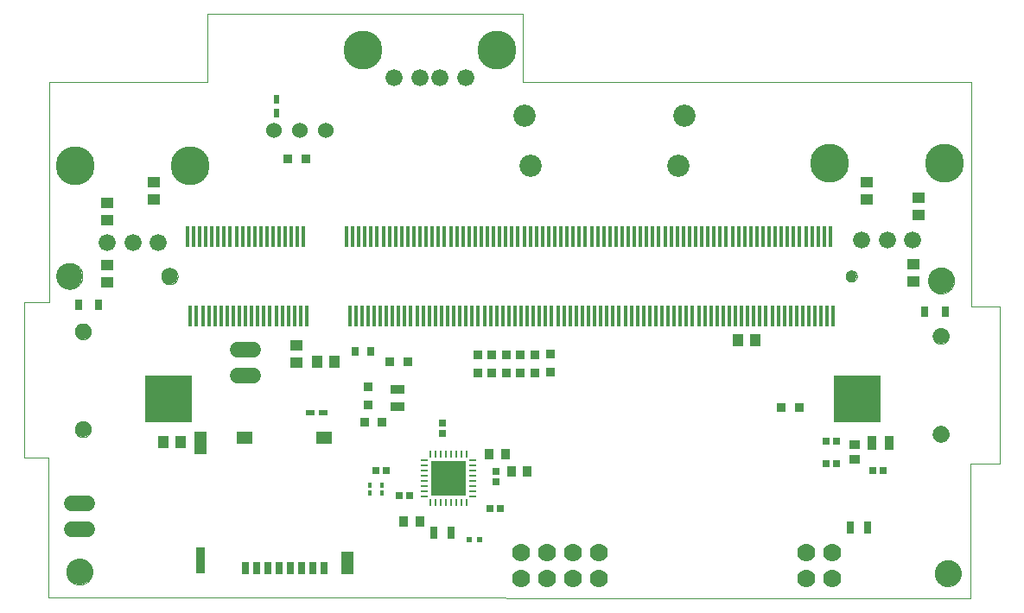
<source format=gbs>
G75*
%MOIN*%
%OFA0B0*%
%FSLAX25Y25*%
%IPPOS*%
%LPD*%
%AMOC8*
5,1,8,0,0,1.08239X$1,22.5*
%
%ADD10C,0.00000*%
%ADD11C,0.10000*%
%ADD12R,0.03800X0.03600*%
%ADD13R,0.03600X0.03800*%
%ADD14R,0.05700X0.03800*%
%ADD15C,0.05910*%
%ADD16R,0.04724X0.03959*%
%ADD17R,0.03959X0.04724*%
%ADD18R,0.01378X0.07874*%
%ADD19R,0.18110X0.18110*%
%ADD20C,0.06298*%
%ADD21C,0.04331*%
%ADD22C,0.15000*%
%ADD23C,0.06600*%
%ADD24R,0.02760X0.03940*%
%ADD25C,0.08600*%
%ADD26C,0.07000*%
%ADD27C,0.06000*%
%ADD28R,0.03000X0.03200*%
%ADD29R,0.02400X0.03400*%
%ADD30R,0.03400X0.02400*%
%ADD31R,0.03150X0.04882*%
%ADD32R,0.03740X0.09843*%
%ADD33R,0.04528X0.08661*%
%ADD34R,0.05906X0.04528*%
%ADD35R,0.04100X0.03600*%
%ADD36R,0.03800X0.05700*%
%ADD37R,0.02800X0.02800*%
%ADD38C,0.06102*%
%ADD39R,0.02756X0.00984*%
%ADD40R,0.13583X0.13583*%
%ADD41R,0.00984X0.02756*%
%ADD42R,0.03200X0.04200*%
%ADD43R,0.01378X0.01969*%
%ADD44R,0.01693X0.01969*%
%ADD45R,0.02200X0.02400*%
%ADD46R,0.02800X0.04900*%
D10*
X0010700Y0002800D02*
X0011139Y0002800D01*
X0366500Y0002500D01*
X0366500Y0054500D01*
X0377700Y0054500D01*
X0377700Y0115201D01*
X0366900Y0115201D01*
X0366700Y0201801D01*
X0193900Y0201900D01*
X0193900Y0228100D01*
X0072100Y0228100D01*
X0072100Y0201901D01*
X0011139Y0201901D01*
X0011100Y0120100D01*
X0011100Y0116700D01*
X0001500Y0116700D01*
X0001500Y0057000D01*
X0010700Y0056900D01*
X0010700Y0002800D01*
X0017700Y0012800D02*
X0017702Y0012941D01*
X0017708Y0013082D01*
X0017718Y0013222D01*
X0017732Y0013362D01*
X0017750Y0013502D01*
X0017771Y0013641D01*
X0017797Y0013780D01*
X0017826Y0013918D01*
X0017860Y0014054D01*
X0017897Y0014190D01*
X0017938Y0014325D01*
X0017983Y0014459D01*
X0018032Y0014591D01*
X0018084Y0014722D01*
X0018140Y0014851D01*
X0018200Y0014978D01*
X0018263Y0015104D01*
X0018329Y0015228D01*
X0018400Y0015351D01*
X0018473Y0015471D01*
X0018550Y0015589D01*
X0018630Y0015705D01*
X0018714Y0015818D01*
X0018800Y0015929D01*
X0018890Y0016038D01*
X0018983Y0016144D01*
X0019078Y0016247D01*
X0019177Y0016348D01*
X0019278Y0016446D01*
X0019382Y0016541D01*
X0019489Y0016633D01*
X0019598Y0016722D01*
X0019710Y0016807D01*
X0019824Y0016890D01*
X0019940Y0016970D01*
X0020059Y0017046D01*
X0020180Y0017118D01*
X0020302Y0017188D01*
X0020427Y0017253D01*
X0020553Y0017316D01*
X0020681Y0017374D01*
X0020811Y0017429D01*
X0020942Y0017481D01*
X0021075Y0017528D01*
X0021209Y0017572D01*
X0021344Y0017613D01*
X0021480Y0017649D01*
X0021617Y0017681D01*
X0021755Y0017710D01*
X0021893Y0017735D01*
X0022033Y0017755D01*
X0022173Y0017772D01*
X0022313Y0017785D01*
X0022454Y0017794D01*
X0022594Y0017799D01*
X0022735Y0017800D01*
X0022876Y0017797D01*
X0023017Y0017790D01*
X0023157Y0017779D01*
X0023297Y0017764D01*
X0023437Y0017745D01*
X0023576Y0017723D01*
X0023714Y0017696D01*
X0023852Y0017666D01*
X0023988Y0017631D01*
X0024124Y0017593D01*
X0024258Y0017551D01*
X0024392Y0017505D01*
X0024524Y0017456D01*
X0024654Y0017402D01*
X0024783Y0017345D01*
X0024910Y0017285D01*
X0025036Y0017221D01*
X0025159Y0017153D01*
X0025281Y0017082D01*
X0025401Y0017008D01*
X0025518Y0016930D01*
X0025633Y0016849D01*
X0025746Y0016765D01*
X0025857Y0016678D01*
X0025965Y0016587D01*
X0026070Y0016494D01*
X0026173Y0016397D01*
X0026273Y0016298D01*
X0026370Y0016196D01*
X0026464Y0016091D01*
X0026555Y0015984D01*
X0026643Y0015874D01*
X0026728Y0015762D01*
X0026810Y0015647D01*
X0026889Y0015530D01*
X0026964Y0015411D01*
X0027036Y0015290D01*
X0027104Y0015167D01*
X0027169Y0015042D01*
X0027231Y0014915D01*
X0027288Y0014786D01*
X0027343Y0014656D01*
X0027393Y0014525D01*
X0027440Y0014392D01*
X0027483Y0014258D01*
X0027522Y0014122D01*
X0027557Y0013986D01*
X0027589Y0013849D01*
X0027616Y0013711D01*
X0027640Y0013572D01*
X0027660Y0013432D01*
X0027676Y0013292D01*
X0027688Y0013152D01*
X0027696Y0013011D01*
X0027700Y0012870D01*
X0027700Y0012730D01*
X0027696Y0012589D01*
X0027688Y0012448D01*
X0027676Y0012308D01*
X0027660Y0012168D01*
X0027640Y0012028D01*
X0027616Y0011889D01*
X0027589Y0011751D01*
X0027557Y0011614D01*
X0027522Y0011478D01*
X0027483Y0011342D01*
X0027440Y0011208D01*
X0027393Y0011075D01*
X0027343Y0010944D01*
X0027288Y0010814D01*
X0027231Y0010685D01*
X0027169Y0010558D01*
X0027104Y0010433D01*
X0027036Y0010310D01*
X0026964Y0010189D01*
X0026889Y0010070D01*
X0026810Y0009953D01*
X0026728Y0009838D01*
X0026643Y0009726D01*
X0026555Y0009616D01*
X0026464Y0009509D01*
X0026370Y0009404D01*
X0026273Y0009302D01*
X0026173Y0009203D01*
X0026070Y0009106D01*
X0025965Y0009013D01*
X0025857Y0008922D01*
X0025746Y0008835D01*
X0025633Y0008751D01*
X0025518Y0008670D01*
X0025401Y0008592D01*
X0025281Y0008518D01*
X0025159Y0008447D01*
X0025036Y0008379D01*
X0024910Y0008315D01*
X0024783Y0008255D01*
X0024654Y0008198D01*
X0024524Y0008144D01*
X0024392Y0008095D01*
X0024258Y0008049D01*
X0024124Y0008007D01*
X0023988Y0007969D01*
X0023852Y0007934D01*
X0023714Y0007904D01*
X0023576Y0007877D01*
X0023437Y0007855D01*
X0023297Y0007836D01*
X0023157Y0007821D01*
X0023017Y0007810D01*
X0022876Y0007803D01*
X0022735Y0007800D01*
X0022594Y0007801D01*
X0022454Y0007806D01*
X0022313Y0007815D01*
X0022173Y0007828D01*
X0022033Y0007845D01*
X0021893Y0007865D01*
X0021755Y0007890D01*
X0021617Y0007919D01*
X0021480Y0007951D01*
X0021344Y0007987D01*
X0021209Y0008028D01*
X0021075Y0008072D01*
X0020942Y0008119D01*
X0020811Y0008171D01*
X0020681Y0008226D01*
X0020553Y0008284D01*
X0020427Y0008347D01*
X0020302Y0008412D01*
X0020180Y0008482D01*
X0020059Y0008554D01*
X0019940Y0008630D01*
X0019824Y0008710D01*
X0019710Y0008793D01*
X0019598Y0008878D01*
X0019489Y0008967D01*
X0019382Y0009059D01*
X0019278Y0009154D01*
X0019177Y0009252D01*
X0019078Y0009353D01*
X0018983Y0009456D01*
X0018890Y0009562D01*
X0018800Y0009671D01*
X0018714Y0009782D01*
X0018630Y0009895D01*
X0018550Y0010011D01*
X0018473Y0010129D01*
X0018400Y0010249D01*
X0018329Y0010372D01*
X0018263Y0010496D01*
X0018200Y0010622D01*
X0018140Y0010749D01*
X0018084Y0010878D01*
X0018032Y0011009D01*
X0017983Y0011141D01*
X0017938Y0011275D01*
X0017897Y0011410D01*
X0017860Y0011546D01*
X0017826Y0011682D01*
X0017797Y0011820D01*
X0017771Y0011959D01*
X0017750Y0012098D01*
X0017732Y0012238D01*
X0017718Y0012378D01*
X0017708Y0012518D01*
X0017702Y0012659D01*
X0017700Y0012800D01*
X0020991Y0067802D02*
X0020993Y0067912D01*
X0020999Y0068022D01*
X0021009Y0068132D01*
X0021023Y0068241D01*
X0021041Y0068350D01*
X0021062Y0068458D01*
X0021088Y0068565D01*
X0021117Y0068671D01*
X0021151Y0068776D01*
X0021188Y0068880D01*
X0021229Y0068982D01*
X0021273Y0069083D01*
X0021321Y0069182D01*
X0021373Y0069280D01*
X0021428Y0069375D01*
X0021486Y0069468D01*
X0021548Y0069559D01*
X0021613Y0069648D01*
X0021681Y0069735D01*
X0021753Y0069819D01*
X0021827Y0069900D01*
X0021904Y0069979D01*
X0021984Y0070055D01*
X0022067Y0070127D01*
X0022152Y0070197D01*
X0022240Y0070264D01*
X0022330Y0070327D01*
X0022422Y0070387D01*
X0022516Y0070444D01*
X0022613Y0070498D01*
X0022711Y0070547D01*
X0022811Y0070594D01*
X0022913Y0070636D01*
X0023016Y0070675D01*
X0023120Y0070710D01*
X0023226Y0070742D01*
X0023332Y0070769D01*
X0023440Y0070793D01*
X0023548Y0070813D01*
X0023657Y0070829D01*
X0023767Y0070841D01*
X0023877Y0070849D01*
X0023987Y0070853D01*
X0024097Y0070853D01*
X0024207Y0070849D01*
X0024317Y0070841D01*
X0024427Y0070829D01*
X0024536Y0070813D01*
X0024644Y0070793D01*
X0024752Y0070769D01*
X0024858Y0070742D01*
X0024964Y0070710D01*
X0025068Y0070675D01*
X0025171Y0070636D01*
X0025273Y0070594D01*
X0025373Y0070547D01*
X0025471Y0070498D01*
X0025567Y0070444D01*
X0025662Y0070387D01*
X0025754Y0070327D01*
X0025844Y0070264D01*
X0025932Y0070197D01*
X0026017Y0070127D01*
X0026100Y0070055D01*
X0026180Y0069979D01*
X0026257Y0069900D01*
X0026331Y0069819D01*
X0026403Y0069735D01*
X0026471Y0069648D01*
X0026536Y0069559D01*
X0026598Y0069468D01*
X0026656Y0069375D01*
X0026711Y0069280D01*
X0026763Y0069182D01*
X0026811Y0069083D01*
X0026855Y0068982D01*
X0026896Y0068880D01*
X0026933Y0068776D01*
X0026967Y0068671D01*
X0026996Y0068565D01*
X0027022Y0068458D01*
X0027043Y0068350D01*
X0027061Y0068241D01*
X0027075Y0068132D01*
X0027085Y0068022D01*
X0027091Y0067912D01*
X0027093Y0067802D01*
X0027091Y0067692D01*
X0027085Y0067582D01*
X0027075Y0067472D01*
X0027061Y0067363D01*
X0027043Y0067254D01*
X0027022Y0067146D01*
X0026996Y0067039D01*
X0026967Y0066933D01*
X0026933Y0066828D01*
X0026896Y0066724D01*
X0026855Y0066622D01*
X0026811Y0066521D01*
X0026763Y0066422D01*
X0026711Y0066324D01*
X0026656Y0066229D01*
X0026598Y0066136D01*
X0026536Y0066045D01*
X0026471Y0065956D01*
X0026403Y0065869D01*
X0026331Y0065785D01*
X0026257Y0065704D01*
X0026180Y0065625D01*
X0026100Y0065549D01*
X0026017Y0065477D01*
X0025932Y0065407D01*
X0025844Y0065340D01*
X0025754Y0065277D01*
X0025662Y0065217D01*
X0025568Y0065160D01*
X0025471Y0065106D01*
X0025373Y0065057D01*
X0025273Y0065010D01*
X0025171Y0064968D01*
X0025068Y0064929D01*
X0024964Y0064894D01*
X0024858Y0064862D01*
X0024752Y0064835D01*
X0024644Y0064811D01*
X0024536Y0064791D01*
X0024427Y0064775D01*
X0024317Y0064763D01*
X0024207Y0064755D01*
X0024097Y0064751D01*
X0023987Y0064751D01*
X0023877Y0064755D01*
X0023767Y0064763D01*
X0023657Y0064775D01*
X0023548Y0064791D01*
X0023440Y0064811D01*
X0023332Y0064835D01*
X0023226Y0064862D01*
X0023120Y0064894D01*
X0023016Y0064929D01*
X0022913Y0064968D01*
X0022811Y0065010D01*
X0022711Y0065057D01*
X0022613Y0065106D01*
X0022516Y0065160D01*
X0022422Y0065217D01*
X0022330Y0065277D01*
X0022240Y0065340D01*
X0022152Y0065407D01*
X0022067Y0065477D01*
X0021984Y0065549D01*
X0021904Y0065625D01*
X0021827Y0065704D01*
X0021753Y0065785D01*
X0021681Y0065869D01*
X0021613Y0065956D01*
X0021548Y0066045D01*
X0021486Y0066136D01*
X0021428Y0066229D01*
X0021373Y0066324D01*
X0021321Y0066422D01*
X0021273Y0066521D01*
X0021229Y0066622D01*
X0021188Y0066724D01*
X0021151Y0066828D01*
X0021117Y0066933D01*
X0021088Y0067039D01*
X0021062Y0067146D01*
X0021041Y0067254D01*
X0021023Y0067363D01*
X0021009Y0067472D01*
X0020999Y0067582D01*
X0020993Y0067692D01*
X0020991Y0067802D01*
X0020991Y0105598D02*
X0020993Y0105708D01*
X0020999Y0105818D01*
X0021009Y0105928D01*
X0021023Y0106037D01*
X0021041Y0106146D01*
X0021062Y0106254D01*
X0021088Y0106361D01*
X0021117Y0106467D01*
X0021151Y0106572D01*
X0021188Y0106676D01*
X0021229Y0106778D01*
X0021273Y0106879D01*
X0021321Y0106978D01*
X0021373Y0107076D01*
X0021428Y0107171D01*
X0021486Y0107264D01*
X0021548Y0107355D01*
X0021613Y0107444D01*
X0021681Y0107531D01*
X0021753Y0107615D01*
X0021827Y0107696D01*
X0021904Y0107775D01*
X0021984Y0107851D01*
X0022067Y0107923D01*
X0022152Y0107993D01*
X0022240Y0108060D01*
X0022330Y0108123D01*
X0022422Y0108183D01*
X0022516Y0108240D01*
X0022613Y0108294D01*
X0022711Y0108343D01*
X0022811Y0108390D01*
X0022913Y0108432D01*
X0023016Y0108471D01*
X0023120Y0108506D01*
X0023226Y0108538D01*
X0023332Y0108565D01*
X0023440Y0108589D01*
X0023548Y0108609D01*
X0023657Y0108625D01*
X0023767Y0108637D01*
X0023877Y0108645D01*
X0023987Y0108649D01*
X0024097Y0108649D01*
X0024207Y0108645D01*
X0024317Y0108637D01*
X0024427Y0108625D01*
X0024536Y0108609D01*
X0024644Y0108589D01*
X0024752Y0108565D01*
X0024858Y0108538D01*
X0024964Y0108506D01*
X0025068Y0108471D01*
X0025171Y0108432D01*
X0025273Y0108390D01*
X0025373Y0108343D01*
X0025471Y0108294D01*
X0025567Y0108240D01*
X0025662Y0108183D01*
X0025754Y0108123D01*
X0025844Y0108060D01*
X0025932Y0107993D01*
X0026017Y0107923D01*
X0026100Y0107851D01*
X0026180Y0107775D01*
X0026257Y0107696D01*
X0026331Y0107615D01*
X0026403Y0107531D01*
X0026471Y0107444D01*
X0026536Y0107355D01*
X0026598Y0107264D01*
X0026656Y0107171D01*
X0026711Y0107076D01*
X0026763Y0106978D01*
X0026811Y0106879D01*
X0026855Y0106778D01*
X0026896Y0106676D01*
X0026933Y0106572D01*
X0026967Y0106467D01*
X0026996Y0106361D01*
X0027022Y0106254D01*
X0027043Y0106146D01*
X0027061Y0106037D01*
X0027075Y0105928D01*
X0027085Y0105818D01*
X0027091Y0105708D01*
X0027093Y0105598D01*
X0027091Y0105488D01*
X0027085Y0105378D01*
X0027075Y0105268D01*
X0027061Y0105159D01*
X0027043Y0105050D01*
X0027022Y0104942D01*
X0026996Y0104835D01*
X0026967Y0104729D01*
X0026933Y0104624D01*
X0026896Y0104520D01*
X0026855Y0104418D01*
X0026811Y0104317D01*
X0026763Y0104218D01*
X0026711Y0104120D01*
X0026656Y0104025D01*
X0026598Y0103932D01*
X0026536Y0103841D01*
X0026471Y0103752D01*
X0026403Y0103665D01*
X0026331Y0103581D01*
X0026257Y0103500D01*
X0026180Y0103421D01*
X0026100Y0103345D01*
X0026017Y0103273D01*
X0025932Y0103203D01*
X0025844Y0103136D01*
X0025754Y0103073D01*
X0025662Y0103013D01*
X0025568Y0102956D01*
X0025471Y0102902D01*
X0025373Y0102853D01*
X0025273Y0102806D01*
X0025171Y0102764D01*
X0025068Y0102725D01*
X0024964Y0102690D01*
X0024858Y0102658D01*
X0024752Y0102631D01*
X0024644Y0102607D01*
X0024536Y0102587D01*
X0024427Y0102571D01*
X0024317Y0102559D01*
X0024207Y0102551D01*
X0024097Y0102547D01*
X0023987Y0102547D01*
X0023877Y0102551D01*
X0023767Y0102559D01*
X0023657Y0102571D01*
X0023548Y0102587D01*
X0023440Y0102607D01*
X0023332Y0102631D01*
X0023226Y0102658D01*
X0023120Y0102690D01*
X0023016Y0102725D01*
X0022913Y0102764D01*
X0022811Y0102806D01*
X0022711Y0102853D01*
X0022613Y0102902D01*
X0022516Y0102956D01*
X0022422Y0103013D01*
X0022330Y0103073D01*
X0022240Y0103136D01*
X0022152Y0103203D01*
X0022067Y0103273D01*
X0021984Y0103345D01*
X0021904Y0103421D01*
X0021827Y0103500D01*
X0021753Y0103581D01*
X0021681Y0103665D01*
X0021613Y0103752D01*
X0021548Y0103841D01*
X0021486Y0103932D01*
X0021428Y0104025D01*
X0021373Y0104120D01*
X0021321Y0104218D01*
X0021273Y0104317D01*
X0021229Y0104418D01*
X0021188Y0104520D01*
X0021151Y0104624D01*
X0021117Y0104729D01*
X0021088Y0104835D01*
X0021062Y0104942D01*
X0021041Y0105050D01*
X0021023Y0105159D01*
X0021009Y0105268D01*
X0020999Y0105378D01*
X0020993Y0105488D01*
X0020991Y0105598D01*
X0013900Y0127000D02*
X0013902Y0127141D01*
X0013908Y0127282D01*
X0013918Y0127422D01*
X0013932Y0127562D01*
X0013950Y0127702D01*
X0013971Y0127841D01*
X0013997Y0127980D01*
X0014026Y0128118D01*
X0014060Y0128254D01*
X0014097Y0128390D01*
X0014138Y0128525D01*
X0014183Y0128659D01*
X0014232Y0128791D01*
X0014284Y0128922D01*
X0014340Y0129051D01*
X0014400Y0129178D01*
X0014463Y0129304D01*
X0014529Y0129428D01*
X0014600Y0129551D01*
X0014673Y0129671D01*
X0014750Y0129789D01*
X0014830Y0129905D01*
X0014914Y0130018D01*
X0015000Y0130129D01*
X0015090Y0130238D01*
X0015183Y0130344D01*
X0015278Y0130447D01*
X0015377Y0130548D01*
X0015478Y0130646D01*
X0015582Y0130741D01*
X0015689Y0130833D01*
X0015798Y0130922D01*
X0015910Y0131007D01*
X0016024Y0131090D01*
X0016140Y0131170D01*
X0016259Y0131246D01*
X0016380Y0131318D01*
X0016502Y0131388D01*
X0016627Y0131453D01*
X0016753Y0131516D01*
X0016881Y0131574D01*
X0017011Y0131629D01*
X0017142Y0131681D01*
X0017275Y0131728D01*
X0017409Y0131772D01*
X0017544Y0131813D01*
X0017680Y0131849D01*
X0017817Y0131881D01*
X0017955Y0131910D01*
X0018093Y0131935D01*
X0018233Y0131955D01*
X0018373Y0131972D01*
X0018513Y0131985D01*
X0018654Y0131994D01*
X0018794Y0131999D01*
X0018935Y0132000D01*
X0019076Y0131997D01*
X0019217Y0131990D01*
X0019357Y0131979D01*
X0019497Y0131964D01*
X0019637Y0131945D01*
X0019776Y0131923D01*
X0019914Y0131896D01*
X0020052Y0131866D01*
X0020188Y0131831D01*
X0020324Y0131793D01*
X0020458Y0131751D01*
X0020592Y0131705D01*
X0020724Y0131656D01*
X0020854Y0131602D01*
X0020983Y0131545D01*
X0021110Y0131485D01*
X0021236Y0131421D01*
X0021359Y0131353D01*
X0021481Y0131282D01*
X0021601Y0131208D01*
X0021718Y0131130D01*
X0021833Y0131049D01*
X0021946Y0130965D01*
X0022057Y0130878D01*
X0022165Y0130787D01*
X0022270Y0130694D01*
X0022373Y0130597D01*
X0022473Y0130498D01*
X0022570Y0130396D01*
X0022664Y0130291D01*
X0022755Y0130184D01*
X0022843Y0130074D01*
X0022928Y0129962D01*
X0023010Y0129847D01*
X0023089Y0129730D01*
X0023164Y0129611D01*
X0023236Y0129490D01*
X0023304Y0129367D01*
X0023369Y0129242D01*
X0023431Y0129115D01*
X0023488Y0128986D01*
X0023543Y0128856D01*
X0023593Y0128725D01*
X0023640Y0128592D01*
X0023683Y0128458D01*
X0023722Y0128322D01*
X0023757Y0128186D01*
X0023789Y0128049D01*
X0023816Y0127911D01*
X0023840Y0127772D01*
X0023860Y0127632D01*
X0023876Y0127492D01*
X0023888Y0127352D01*
X0023896Y0127211D01*
X0023900Y0127070D01*
X0023900Y0126930D01*
X0023896Y0126789D01*
X0023888Y0126648D01*
X0023876Y0126508D01*
X0023860Y0126368D01*
X0023840Y0126228D01*
X0023816Y0126089D01*
X0023789Y0125951D01*
X0023757Y0125814D01*
X0023722Y0125678D01*
X0023683Y0125542D01*
X0023640Y0125408D01*
X0023593Y0125275D01*
X0023543Y0125144D01*
X0023488Y0125014D01*
X0023431Y0124885D01*
X0023369Y0124758D01*
X0023304Y0124633D01*
X0023236Y0124510D01*
X0023164Y0124389D01*
X0023089Y0124270D01*
X0023010Y0124153D01*
X0022928Y0124038D01*
X0022843Y0123926D01*
X0022755Y0123816D01*
X0022664Y0123709D01*
X0022570Y0123604D01*
X0022473Y0123502D01*
X0022373Y0123403D01*
X0022270Y0123306D01*
X0022165Y0123213D01*
X0022057Y0123122D01*
X0021946Y0123035D01*
X0021833Y0122951D01*
X0021718Y0122870D01*
X0021601Y0122792D01*
X0021481Y0122718D01*
X0021359Y0122647D01*
X0021236Y0122579D01*
X0021110Y0122515D01*
X0020983Y0122455D01*
X0020854Y0122398D01*
X0020724Y0122344D01*
X0020592Y0122295D01*
X0020458Y0122249D01*
X0020324Y0122207D01*
X0020188Y0122169D01*
X0020052Y0122134D01*
X0019914Y0122104D01*
X0019776Y0122077D01*
X0019637Y0122055D01*
X0019497Y0122036D01*
X0019357Y0122021D01*
X0019217Y0122010D01*
X0019076Y0122003D01*
X0018935Y0122000D01*
X0018794Y0122001D01*
X0018654Y0122006D01*
X0018513Y0122015D01*
X0018373Y0122028D01*
X0018233Y0122045D01*
X0018093Y0122065D01*
X0017955Y0122090D01*
X0017817Y0122119D01*
X0017680Y0122151D01*
X0017544Y0122187D01*
X0017409Y0122228D01*
X0017275Y0122272D01*
X0017142Y0122319D01*
X0017011Y0122371D01*
X0016881Y0122426D01*
X0016753Y0122484D01*
X0016627Y0122547D01*
X0016502Y0122612D01*
X0016380Y0122682D01*
X0016259Y0122754D01*
X0016140Y0122830D01*
X0016024Y0122910D01*
X0015910Y0122993D01*
X0015798Y0123078D01*
X0015689Y0123167D01*
X0015582Y0123259D01*
X0015478Y0123354D01*
X0015377Y0123452D01*
X0015278Y0123553D01*
X0015183Y0123656D01*
X0015090Y0123762D01*
X0015000Y0123871D01*
X0014914Y0123982D01*
X0014830Y0124095D01*
X0014750Y0124211D01*
X0014673Y0124329D01*
X0014600Y0124449D01*
X0014529Y0124572D01*
X0014463Y0124696D01*
X0014400Y0124822D01*
X0014340Y0124949D01*
X0014284Y0125078D01*
X0014232Y0125209D01*
X0014183Y0125341D01*
X0014138Y0125475D01*
X0014097Y0125610D01*
X0014060Y0125746D01*
X0014026Y0125882D01*
X0013997Y0126020D01*
X0013971Y0126159D01*
X0013950Y0126298D01*
X0013932Y0126438D01*
X0013918Y0126578D01*
X0013908Y0126718D01*
X0013902Y0126859D01*
X0013900Y0127000D01*
X0054324Y0126900D02*
X0054326Y0127012D01*
X0054332Y0127123D01*
X0054342Y0127235D01*
X0054356Y0127346D01*
X0054373Y0127456D01*
X0054395Y0127566D01*
X0054421Y0127674D01*
X0054450Y0127782D01*
X0054483Y0127889D01*
X0054520Y0127995D01*
X0054561Y0128099D01*
X0054605Y0128201D01*
X0054653Y0128302D01*
X0054705Y0128401D01*
X0054760Y0128499D01*
X0054818Y0128594D01*
X0054880Y0128687D01*
X0054945Y0128778D01*
X0055014Y0128866D01*
X0055085Y0128953D01*
X0055159Y0129036D01*
X0055236Y0129117D01*
X0055317Y0129195D01*
X0055399Y0129270D01*
X0055485Y0129342D01*
X0055573Y0129411D01*
X0055663Y0129477D01*
X0055756Y0129539D01*
X0055850Y0129599D01*
X0055947Y0129655D01*
X0056046Y0129707D01*
X0056146Y0129756D01*
X0056249Y0129801D01*
X0056352Y0129843D01*
X0056457Y0129881D01*
X0056564Y0129915D01*
X0056671Y0129945D01*
X0056780Y0129972D01*
X0056890Y0129994D01*
X0057000Y0130013D01*
X0057111Y0130028D01*
X0057222Y0130039D01*
X0057333Y0130046D01*
X0057445Y0130049D01*
X0057557Y0130048D01*
X0057668Y0130043D01*
X0057780Y0130034D01*
X0057891Y0130021D01*
X0058001Y0130004D01*
X0058111Y0129984D01*
X0058220Y0129959D01*
X0058328Y0129931D01*
X0058435Y0129898D01*
X0058541Y0129862D01*
X0058646Y0129822D01*
X0058749Y0129779D01*
X0058850Y0129732D01*
X0058950Y0129681D01*
X0059047Y0129627D01*
X0059143Y0129570D01*
X0059237Y0129509D01*
X0059328Y0129444D01*
X0059418Y0129377D01*
X0059504Y0129306D01*
X0059588Y0129233D01*
X0059670Y0129156D01*
X0059749Y0129077D01*
X0059824Y0128995D01*
X0059897Y0128910D01*
X0059967Y0128823D01*
X0060034Y0128733D01*
X0060097Y0128641D01*
X0060157Y0128547D01*
X0060214Y0128450D01*
X0060267Y0128352D01*
X0060317Y0128252D01*
X0060363Y0128150D01*
X0060406Y0128047D01*
X0060445Y0127942D01*
X0060480Y0127836D01*
X0060511Y0127729D01*
X0060539Y0127620D01*
X0060562Y0127511D01*
X0060582Y0127401D01*
X0060598Y0127290D01*
X0060610Y0127179D01*
X0060618Y0127068D01*
X0060622Y0126956D01*
X0060622Y0126844D01*
X0060618Y0126732D01*
X0060610Y0126621D01*
X0060598Y0126510D01*
X0060582Y0126399D01*
X0060562Y0126289D01*
X0060539Y0126180D01*
X0060511Y0126071D01*
X0060480Y0125964D01*
X0060445Y0125858D01*
X0060406Y0125753D01*
X0060363Y0125650D01*
X0060317Y0125548D01*
X0060267Y0125448D01*
X0060214Y0125350D01*
X0060157Y0125253D01*
X0060097Y0125159D01*
X0060034Y0125067D01*
X0059967Y0124977D01*
X0059897Y0124890D01*
X0059824Y0124805D01*
X0059749Y0124723D01*
X0059670Y0124644D01*
X0059588Y0124567D01*
X0059504Y0124494D01*
X0059418Y0124423D01*
X0059328Y0124356D01*
X0059237Y0124291D01*
X0059143Y0124230D01*
X0059048Y0124173D01*
X0058950Y0124119D01*
X0058850Y0124068D01*
X0058749Y0124021D01*
X0058646Y0123978D01*
X0058541Y0123938D01*
X0058435Y0123902D01*
X0058328Y0123869D01*
X0058220Y0123841D01*
X0058111Y0123816D01*
X0058001Y0123796D01*
X0057891Y0123779D01*
X0057780Y0123766D01*
X0057668Y0123757D01*
X0057557Y0123752D01*
X0057445Y0123751D01*
X0057333Y0123754D01*
X0057222Y0123761D01*
X0057111Y0123772D01*
X0057000Y0123787D01*
X0056890Y0123806D01*
X0056780Y0123828D01*
X0056671Y0123855D01*
X0056564Y0123885D01*
X0056457Y0123919D01*
X0056352Y0123957D01*
X0056249Y0123999D01*
X0056146Y0124044D01*
X0056046Y0124093D01*
X0055947Y0124145D01*
X0055850Y0124201D01*
X0055756Y0124261D01*
X0055663Y0124323D01*
X0055573Y0124389D01*
X0055485Y0124458D01*
X0055399Y0124530D01*
X0055317Y0124605D01*
X0055236Y0124683D01*
X0055159Y0124764D01*
X0055085Y0124847D01*
X0055014Y0124934D01*
X0054945Y0125022D01*
X0054880Y0125113D01*
X0054818Y0125206D01*
X0054760Y0125301D01*
X0054705Y0125399D01*
X0054653Y0125498D01*
X0054605Y0125599D01*
X0054561Y0125701D01*
X0054520Y0125805D01*
X0054483Y0125911D01*
X0054450Y0126018D01*
X0054421Y0126126D01*
X0054395Y0126234D01*
X0054373Y0126344D01*
X0054356Y0126454D01*
X0054342Y0126565D01*
X0054332Y0126677D01*
X0054326Y0126788D01*
X0054324Y0126900D01*
X0318300Y0126900D02*
X0318302Y0126993D01*
X0318308Y0127085D01*
X0318318Y0127177D01*
X0318332Y0127268D01*
X0318349Y0127359D01*
X0318371Y0127449D01*
X0318396Y0127538D01*
X0318425Y0127626D01*
X0318458Y0127712D01*
X0318495Y0127797D01*
X0318535Y0127881D01*
X0318579Y0127962D01*
X0318626Y0128042D01*
X0318676Y0128120D01*
X0318730Y0128195D01*
X0318787Y0128268D01*
X0318847Y0128338D01*
X0318910Y0128406D01*
X0318976Y0128471D01*
X0319044Y0128533D01*
X0319115Y0128593D01*
X0319189Y0128649D01*
X0319265Y0128702D01*
X0319343Y0128751D01*
X0319423Y0128798D01*
X0319505Y0128840D01*
X0319589Y0128880D01*
X0319674Y0128915D01*
X0319761Y0128947D01*
X0319849Y0128976D01*
X0319938Y0129000D01*
X0320028Y0129021D01*
X0320119Y0129037D01*
X0320211Y0129050D01*
X0320303Y0129059D01*
X0320396Y0129064D01*
X0320488Y0129065D01*
X0320581Y0129062D01*
X0320673Y0129055D01*
X0320765Y0129044D01*
X0320856Y0129029D01*
X0320947Y0129011D01*
X0321037Y0128988D01*
X0321125Y0128962D01*
X0321213Y0128932D01*
X0321299Y0128898D01*
X0321383Y0128861D01*
X0321466Y0128819D01*
X0321547Y0128775D01*
X0321627Y0128727D01*
X0321704Y0128676D01*
X0321778Y0128621D01*
X0321851Y0128563D01*
X0321921Y0128503D01*
X0321988Y0128439D01*
X0322052Y0128373D01*
X0322114Y0128303D01*
X0322172Y0128232D01*
X0322227Y0128158D01*
X0322279Y0128081D01*
X0322328Y0128002D01*
X0322374Y0127922D01*
X0322416Y0127839D01*
X0322454Y0127755D01*
X0322489Y0127669D01*
X0322520Y0127582D01*
X0322547Y0127494D01*
X0322570Y0127404D01*
X0322590Y0127314D01*
X0322606Y0127223D01*
X0322618Y0127131D01*
X0322626Y0127039D01*
X0322630Y0126946D01*
X0322630Y0126854D01*
X0322626Y0126761D01*
X0322618Y0126669D01*
X0322606Y0126577D01*
X0322590Y0126486D01*
X0322570Y0126396D01*
X0322547Y0126306D01*
X0322520Y0126218D01*
X0322489Y0126131D01*
X0322454Y0126045D01*
X0322416Y0125961D01*
X0322374Y0125878D01*
X0322328Y0125798D01*
X0322279Y0125719D01*
X0322227Y0125642D01*
X0322172Y0125568D01*
X0322114Y0125497D01*
X0322052Y0125427D01*
X0321988Y0125361D01*
X0321921Y0125297D01*
X0321851Y0125237D01*
X0321778Y0125179D01*
X0321704Y0125124D01*
X0321627Y0125073D01*
X0321548Y0125025D01*
X0321466Y0124981D01*
X0321383Y0124939D01*
X0321299Y0124902D01*
X0321213Y0124868D01*
X0321125Y0124838D01*
X0321037Y0124812D01*
X0320947Y0124789D01*
X0320856Y0124771D01*
X0320765Y0124756D01*
X0320673Y0124745D01*
X0320581Y0124738D01*
X0320488Y0124735D01*
X0320396Y0124736D01*
X0320303Y0124741D01*
X0320211Y0124750D01*
X0320119Y0124763D01*
X0320028Y0124779D01*
X0319938Y0124800D01*
X0319849Y0124824D01*
X0319761Y0124853D01*
X0319674Y0124885D01*
X0319589Y0124920D01*
X0319505Y0124960D01*
X0319423Y0125002D01*
X0319343Y0125049D01*
X0319265Y0125098D01*
X0319189Y0125151D01*
X0319115Y0125207D01*
X0319044Y0125267D01*
X0318976Y0125329D01*
X0318910Y0125394D01*
X0318847Y0125462D01*
X0318787Y0125532D01*
X0318730Y0125605D01*
X0318676Y0125680D01*
X0318626Y0125758D01*
X0318579Y0125838D01*
X0318535Y0125919D01*
X0318495Y0126003D01*
X0318458Y0126088D01*
X0318425Y0126174D01*
X0318396Y0126262D01*
X0318371Y0126351D01*
X0318349Y0126441D01*
X0318332Y0126532D01*
X0318318Y0126623D01*
X0318308Y0126715D01*
X0318302Y0126807D01*
X0318300Y0126900D01*
X0350100Y0125200D02*
X0350102Y0125341D01*
X0350108Y0125482D01*
X0350118Y0125622D01*
X0350132Y0125762D01*
X0350150Y0125902D01*
X0350171Y0126041D01*
X0350197Y0126180D01*
X0350226Y0126318D01*
X0350260Y0126454D01*
X0350297Y0126590D01*
X0350338Y0126725D01*
X0350383Y0126859D01*
X0350432Y0126991D01*
X0350484Y0127122D01*
X0350540Y0127251D01*
X0350600Y0127378D01*
X0350663Y0127504D01*
X0350729Y0127628D01*
X0350800Y0127751D01*
X0350873Y0127871D01*
X0350950Y0127989D01*
X0351030Y0128105D01*
X0351114Y0128218D01*
X0351200Y0128329D01*
X0351290Y0128438D01*
X0351383Y0128544D01*
X0351478Y0128647D01*
X0351577Y0128748D01*
X0351678Y0128846D01*
X0351782Y0128941D01*
X0351889Y0129033D01*
X0351998Y0129122D01*
X0352110Y0129207D01*
X0352224Y0129290D01*
X0352340Y0129370D01*
X0352459Y0129446D01*
X0352580Y0129518D01*
X0352702Y0129588D01*
X0352827Y0129653D01*
X0352953Y0129716D01*
X0353081Y0129774D01*
X0353211Y0129829D01*
X0353342Y0129881D01*
X0353475Y0129928D01*
X0353609Y0129972D01*
X0353744Y0130013D01*
X0353880Y0130049D01*
X0354017Y0130081D01*
X0354155Y0130110D01*
X0354293Y0130135D01*
X0354433Y0130155D01*
X0354573Y0130172D01*
X0354713Y0130185D01*
X0354854Y0130194D01*
X0354994Y0130199D01*
X0355135Y0130200D01*
X0355276Y0130197D01*
X0355417Y0130190D01*
X0355557Y0130179D01*
X0355697Y0130164D01*
X0355837Y0130145D01*
X0355976Y0130123D01*
X0356114Y0130096D01*
X0356252Y0130066D01*
X0356388Y0130031D01*
X0356524Y0129993D01*
X0356658Y0129951D01*
X0356792Y0129905D01*
X0356924Y0129856D01*
X0357054Y0129802D01*
X0357183Y0129745D01*
X0357310Y0129685D01*
X0357436Y0129621D01*
X0357559Y0129553D01*
X0357681Y0129482D01*
X0357801Y0129408D01*
X0357918Y0129330D01*
X0358033Y0129249D01*
X0358146Y0129165D01*
X0358257Y0129078D01*
X0358365Y0128987D01*
X0358470Y0128894D01*
X0358573Y0128797D01*
X0358673Y0128698D01*
X0358770Y0128596D01*
X0358864Y0128491D01*
X0358955Y0128384D01*
X0359043Y0128274D01*
X0359128Y0128162D01*
X0359210Y0128047D01*
X0359289Y0127930D01*
X0359364Y0127811D01*
X0359436Y0127690D01*
X0359504Y0127567D01*
X0359569Y0127442D01*
X0359631Y0127315D01*
X0359688Y0127186D01*
X0359743Y0127056D01*
X0359793Y0126925D01*
X0359840Y0126792D01*
X0359883Y0126658D01*
X0359922Y0126522D01*
X0359957Y0126386D01*
X0359989Y0126249D01*
X0360016Y0126111D01*
X0360040Y0125972D01*
X0360060Y0125832D01*
X0360076Y0125692D01*
X0360088Y0125552D01*
X0360096Y0125411D01*
X0360100Y0125270D01*
X0360100Y0125130D01*
X0360096Y0124989D01*
X0360088Y0124848D01*
X0360076Y0124708D01*
X0360060Y0124568D01*
X0360040Y0124428D01*
X0360016Y0124289D01*
X0359989Y0124151D01*
X0359957Y0124014D01*
X0359922Y0123878D01*
X0359883Y0123742D01*
X0359840Y0123608D01*
X0359793Y0123475D01*
X0359743Y0123344D01*
X0359688Y0123214D01*
X0359631Y0123085D01*
X0359569Y0122958D01*
X0359504Y0122833D01*
X0359436Y0122710D01*
X0359364Y0122589D01*
X0359289Y0122470D01*
X0359210Y0122353D01*
X0359128Y0122238D01*
X0359043Y0122126D01*
X0358955Y0122016D01*
X0358864Y0121909D01*
X0358770Y0121804D01*
X0358673Y0121702D01*
X0358573Y0121603D01*
X0358470Y0121506D01*
X0358365Y0121413D01*
X0358257Y0121322D01*
X0358146Y0121235D01*
X0358033Y0121151D01*
X0357918Y0121070D01*
X0357801Y0120992D01*
X0357681Y0120918D01*
X0357559Y0120847D01*
X0357436Y0120779D01*
X0357310Y0120715D01*
X0357183Y0120655D01*
X0357054Y0120598D01*
X0356924Y0120544D01*
X0356792Y0120495D01*
X0356658Y0120449D01*
X0356524Y0120407D01*
X0356388Y0120369D01*
X0356252Y0120334D01*
X0356114Y0120304D01*
X0355976Y0120277D01*
X0355837Y0120255D01*
X0355697Y0120236D01*
X0355557Y0120221D01*
X0355417Y0120210D01*
X0355276Y0120203D01*
X0355135Y0120200D01*
X0354994Y0120201D01*
X0354854Y0120206D01*
X0354713Y0120215D01*
X0354573Y0120228D01*
X0354433Y0120245D01*
X0354293Y0120265D01*
X0354155Y0120290D01*
X0354017Y0120319D01*
X0353880Y0120351D01*
X0353744Y0120387D01*
X0353609Y0120428D01*
X0353475Y0120472D01*
X0353342Y0120519D01*
X0353211Y0120571D01*
X0353081Y0120626D01*
X0352953Y0120684D01*
X0352827Y0120747D01*
X0352702Y0120812D01*
X0352580Y0120882D01*
X0352459Y0120954D01*
X0352340Y0121030D01*
X0352224Y0121110D01*
X0352110Y0121193D01*
X0351998Y0121278D01*
X0351889Y0121367D01*
X0351782Y0121459D01*
X0351678Y0121554D01*
X0351577Y0121652D01*
X0351478Y0121753D01*
X0351383Y0121856D01*
X0351290Y0121962D01*
X0351200Y0122071D01*
X0351114Y0122182D01*
X0351030Y0122295D01*
X0350950Y0122411D01*
X0350873Y0122529D01*
X0350800Y0122649D01*
X0350729Y0122772D01*
X0350663Y0122896D01*
X0350600Y0123022D01*
X0350540Y0123149D01*
X0350484Y0123278D01*
X0350432Y0123409D01*
X0350383Y0123541D01*
X0350338Y0123675D01*
X0350297Y0123810D01*
X0350260Y0123946D01*
X0350226Y0124082D01*
X0350197Y0124220D01*
X0350171Y0124359D01*
X0350150Y0124498D01*
X0350132Y0124638D01*
X0350118Y0124778D01*
X0350108Y0124918D01*
X0350102Y0125059D01*
X0350100Y0125200D01*
X0351907Y0103798D02*
X0351909Y0103908D01*
X0351915Y0104018D01*
X0351925Y0104128D01*
X0351939Y0104237D01*
X0351957Y0104346D01*
X0351978Y0104454D01*
X0352004Y0104561D01*
X0352033Y0104667D01*
X0352067Y0104772D01*
X0352104Y0104876D01*
X0352145Y0104978D01*
X0352189Y0105079D01*
X0352237Y0105178D01*
X0352289Y0105276D01*
X0352344Y0105371D01*
X0352402Y0105464D01*
X0352464Y0105555D01*
X0352529Y0105644D01*
X0352597Y0105731D01*
X0352669Y0105815D01*
X0352743Y0105896D01*
X0352820Y0105975D01*
X0352900Y0106051D01*
X0352983Y0106123D01*
X0353068Y0106193D01*
X0353156Y0106260D01*
X0353246Y0106323D01*
X0353338Y0106383D01*
X0353432Y0106440D01*
X0353529Y0106494D01*
X0353627Y0106543D01*
X0353727Y0106590D01*
X0353829Y0106632D01*
X0353932Y0106671D01*
X0354036Y0106706D01*
X0354142Y0106738D01*
X0354248Y0106765D01*
X0354356Y0106789D01*
X0354464Y0106809D01*
X0354573Y0106825D01*
X0354683Y0106837D01*
X0354793Y0106845D01*
X0354903Y0106849D01*
X0355013Y0106849D01*
X0355123Y0106845D01*
X0355233Y0106837D01*
X0355343Y0106825D01*
X0355452Y0106809D01*
X0355560Y0106789D01*
X0355668Y0106765D01*
X0355774Y0106738D01*
X0355880Y0106706D01*
X0355984Y0106671D01*
X0356087Y0106632D01*
X0356189Y0106590D01*
X0356289Y0106543D01*
X0356387Y0106494D01*
X0356483Y0106440D01*
X0356578Y0106383D01*
X0356670Y0106323D01*
X0356760Y0106260D01*
X0356848Y0106193D01*
X0356933Y0106123D01*
X0357016Y0106051D01*
X0357096Y0105975D01*
X0357173Y0105896D01*
X0357247Y0105815D01*
X0357319Y0105731D01*
X0357387Y0105644D01*
X0357452Y0105555D01*
X0357514Y0105464D01*
X0357572Y0105371D01*
X0357627Y0105276D01*
X0357679Y0105178D01*
X0357727Y0105079D01*
X0357771Y0104978D01*
X0357812Y0104876D01*
X0357849Y0104772D01*
X0357883Y0104667D01*
X0357912Y0104561D01*
X0357938Y0104454D01*
X0357959Y0104346D01*
X0357977Y0104237D01*
X0357991Y0104128D01*
X0358001Y0104018D01*
X0358007Y0103908D01*
X0358009Y0103798D01*
X0358007Y0103688D01*
X0358001Y0103578D01*
X0357991Y0103468D01*
X0357977Y0103359D01*
X0357959Y0103250D01*
X0357938Y0103142D01*
X0357912Y0103035D01*
X0357883Y0102929D01*
X0357849Y0102824D01*
X0357812Y0102720D01*
X0357771Y0102618D01*
X0357727Y0102517D01*
X0357679Y0102418D01*
X0357627Y0102320D01*
X0357572Y0102225D01*
X0357514Y0102132D01*
X0357452Y0102041D01*
X0357387Y0101952D01*
X0357319Y0101865D01*
X0357247Y0101781D01*
X0357173Y0101700D01*
X0357096Y0101621D01*
X0357016Y0101545D01*
X0356933Y0101473D01*
X0356848Y0101403D01*
X0356760Y0101336D01*
X0356670Y0101273D01*
X0356578Y0101213D01*
X0356484Y0101156D01*
X0356387Y0101102D01*
X0356289Y0101053D01*
X0356189Y0101006D01*
X0356087Y0100964D01*
X0355984Y0100925D01*
X0355880Y0100890D01*
X0355774Y0100858D01*
X0355668Y0100831D01*
X0355560Y0100807D01*
X0355452Y0100787D01*
X0355343Y0100771D01*
X0355233Y0100759D01*
X0355123Y0100751D01*
X0355013Y0100747D01*
X0354903Y0100747D01*
X0354793Y0100751D01*
X0354683Y0100759D01*
X0354573Y0100771D01*
X0354464Y0100787D01*
X0354356Y0100807D01*
X0354248Y0100831D01*
X0354142Y0100858D01*
X0354036Y0100890D01*
X0353932Y0100925D01*
X0353829Y0100964D01*
X0353727Y0101006D01*
X0353627Y0101053D01*
X0353529Y0101102D01*
X0353432Y0101156D01*
X0353338Y0101213D01*
X0353246Y0101273D01*
X0353156Y0101336D01*
X0353068Y0101403D01*
X0352983Y0101473D01*
X0352900Y0101545D01*
X0352820Y0101621D01*
X0352743Y0101700D01*
X0352669Y0101781D01*
X0352597Y0101865D01*
X0352529Y0101952D01*
X0352464Y0102041D01*
X0352402Y0102132D01*
X0352344Y0102225D01*
X0352289Y0102320D01*
X0352237Y0102418D01*
X0352189Y0102517D01*
X0352145Y0102618D01*
X0352104Y0102720D01*
X0352067Y0102824D01*
X0352033Y0102929D01*
X0352004Y0103035D01*
X0351978Y0103142D01*
X0351957Y0103250D01*
X0351939Y0103359D01*
X0351925Y0103468D01*
X0351915Y0103578D01*
X0351909Y0103688D01*
X0351907Y0103798D01*
X0351907Y0066002D02*
X0351909Y0066112D01*
X0351915Y0066222D01*
X0351925Y0066332D01*
X0351939Y0066441D01*
X0351957Y0066550D01*
X0351978Y0066658D01*
X0352004Y0066765D01*
X0352033Y0066871D01*
X0352067Y0066976D01*
X0352104Y0067080D01*
X0352145Y0067182D01*
X0352189Y0067283D01*
X0352237Y0067382D01*
X0352289Y0067480D01*
X0352344Y0067575D01*
X0352402Y0067668D01*
X0352464Y0067759D01*
X0352529Y0067848D01*
X0352597Y0067935D01*
X0352669Y0068019D01*
X0352743Y0068100D01*
X0352820Y0068179D01*
X0352900Y0068255D01*
X0352983Y0068327D01*
X0353068Y0068397D01*
X0353156Y0068464D01*
X0353246Y0068527D01*
X0353338Y0068587D01*
X0353432Y0068644D01*
X0353529Y0068698D01*
X0353627Y0068747D01*
X0353727Y0068794D01*
X0353829Y0068836D01*
X0353932Y0068875D01*
X0354036Y0068910D01*
X0354142Y0068942D01*
X0354248Y0068969D01*
X0354356Y0068993D01*
X0354464Y0069013D01*
X0354573Y0069029D01*
X0354683Y0069041D01*
X0354793Y0069049D01*
X0354903Y0069053D01*
X0355013Y0069053D01*
X0355123Y0069049D01*
X0355233Y0069041D01*
X0355343Y0069029D01*
X0355452Y0069013D01*
X0355560Y0068993D01*
X0355668Y0068969D01*
X0355774Y0068942D01*
X0355880Y0068910D01*
X0355984Y0068875D01*
X0356087Y0068836D01*
X0356189Y0068794D01*
X0356289Y0068747D01*
X0356387Y0068698D01*
X0356483Y0068644D01*
X0356578Y0068587D01*
X0356670Y0068527D01*
X0356760Y0068464D01*
X0356848Y0068397D01*
X0356933Y0068327D01*
X0357016Y0068255D01*
X0357096Y0068179D01*
X0357173Y0068100D01*
X0357247Y0068019D01*
X0357319Y0067935D01*
X0357387Y0067848D01*
X0357452Y0067759D01*
X0357514Y0067668D01*
X0357572Y0067575D01*
X0357627Y0067480D01*
X0357679Y0067382D01*
X0357727Y0067283D01*
X0357771Y0067182D01*
X0357812Y0067080D01*
X0357849Y0066976D01*
X0357883Y0066871D01*
X0357912Y0066765D01*
X0357938Y0066658D01*
X0357959Y0066550D01*
X0357977Y0066441D01*
X0357991Y0066332D01*
X0358001Y0066222D01*
X0358007Y0066112D01*
X0358009Y0066002D01*
X0358007Y0065892D01*
X0358001Y0065782D01*
X0357991Y0065672D01*
X0357977Y0065563D01*
X0357959Y0065454D01*
X0357938Y0065346D01*
X0357912Y0065239D01*
X0357883Y0065133D01*
X0357849Y0065028D01*
X0357812Y0064924D01*
X0357771Y0064822D01*
X0357727Y0064721D01*
X0357679Y0064622D01*
X0357627Y0064524D01*
X0357572Y0064429D01*
X0357514Y0064336D01*
X0357452Y0064245D01*
X0357387Y0064156D01*
X0357319Y0064069D01*
X0357247Y0063985D01*
X0357173Y0063904D01*
X0357096Y0063825D01*
X0357016Y0063749D01*
X0356933Y0063677D01*
X0356848Y0063607D01*
X0356760Y0063540D01*
X0356670Y0063477D01*
X0356578Y0063417D01*
X0356484Y0063360D01*
X0356387Y0063306D01*
X0356289Y0063257D01*
X0356189Y0063210D01*
X0356087Y0063168D01*
X0355984Y0063129D01*
X0355880Y0063094D01*
X0355774Y0063062D01*
X0355668Y0063035D01*
X0355560Y0063011D01*
X0355452Y0062991D01*
X0355343Y0062975D01*
X0355233Y0062963D01*
X0355123Y0062955D01*
X0355013Y0062951D01*
X0354903Y0062951D01*
X0354793Y0062955D01*
X0354683Y0062963D01*
X0354573Y0062975D01*
X0354464Y0062991D01*
X0354356Y0063011D01*
X0354248Y0063035D01*
X0354142Y0063062D01*
X0354036Y0063094D01*
X0353932Y0063129D01*
X0353829Y0063168D01*
X0353727Y0063210D01*
X0353627Y0063257D01*
X0353529Y0063306D01*
X0353432Y0063360D01*
X0353338Y0063417D01*
X0353246Y0063477D01*
X0353156Y0063540D01*
X0353068Y0063607D01*
X0352983Y0063677D01*
X0352900Y0063749D01*
X0352820Y0063825D01*
X0352743Y0063904D01*
X0352669Y0063985D01*
X0352597Y0064069D01*
X0352529Y0064156D01*
X0352464Y0064245D01*
X0352402Y0064336D01*
X0352344Y0064429D01*
X0352289Y0064524D01*
X0352237Y0064622D01*
X0352189Y0064721D01*
X0352145Y0064822D01*
X0352104Y0064924D01*
X0352067Y0065028D01*
X0352033Y0065133D01*
X0352004Y0065239D01*
X0351978Y0065346D01*
X0351957Y0065454D01*
X0351939Y0065563D01*
X0351925Y0065672D01*
X0351915Y0065782D01*
X0351909Y0065892D01*
X0351907Y0066002D01*
X0352700Y0012200D02*
X0352702Y0012341D01*
X0352708Y0012482D01*
X0352718Y0012622D01*
X0352732Y0012762D01*
X0352750Y0012902D01*
X0352771Y0013041D01*
X0352797Y0013180D01*
X0352826Y0013318D01*
X0352860Y0013454D01*
X0352897Y0013590D01*
X0352938Y0013725D01*
X0352983Y0013859D01*
X0353032Y0013991D01*
X0353084Y0014122D01*
X0353140Y0014251D01*
X0353200Y0014378D01*
X0353263Y0014504D01*
X0353329Y0014628D01*
X0353400Y0014751D01*
X0353473Y0014871D01*
X0353550Y0014989D01*
X0353630Y0015105D01*
X0353714Y0015218D01*
X0353800Y0015329D01*
X0353890Y0015438D01*
X0353983Y0015544D01*
X0354078Y0015647D01*
X0354177Y0015748D01*
X0354278Y0015846D01*
X0354382Y0015941D01*
X0354489Y0016033D01*
X0354598Y0016122D01*
X0354710Y0016207D01*
X0354824Y0016290D01*
X0354940Y0016370D01*
X0355059Y0016446D01*
X0355180Y0016518D01*
X0355302Y0016588D01*
X0355427Y0016653D01*
X0355553Y0016716D01*
X0355681Y0016774D01*
X0355811Y0016829D01*
X0355942Y0016881D01*
X0356075Y0016928D01*
X0356209Y0016972D01*
X0356344Y0017013D01*
X0356480Y0017049D01*
X0356617Y0017081D01*
X0356755Y0017110D01*
X0356893Y0017135D01*
X0357033Y0017155D01*
X0357173Y0017172D01*
X0357313Y0017185D01*
X0357454Y0017194D01*
X0357594Y0017199D01*
X0357735Y0017200D01*
X0357876Y0017197D01*
X0358017Y0017190D01*
X0358157Y0017179D01*
X0358297Y0017164D01*
X0358437Y0017145D01*
X0358576Y0017123D01*
X0358714Y0017096D01*
X0358852Y0017066D01*
X0358988Y0017031D01*
X0359124Y0016993D01*
X0359258Y0016951D01*
X0359392Y0016905D01*
X0359524Y0016856D01*
X0359654Y0016802D01*
X0359783Y0016745D01*
X0359910Y0016685D01*
X0360036Y0016621D01*
X0360159Y0016553D01*
X0360281Y0016482D01*
X0360401Y0016408D01*
X0360518Y0016330D01*
X0360633Y0016249D01*
X0360746Y0016165D01*
X0360857Y0016078D01*
X0360965Y0015987D01*
X0361070Y0015894D01*
X0361173Y0015797D01*
X0361273Y0015698D01*
X0361370Y0015596D01*
X0361464Y0015491D01*
X0361555Y0015384D01*
X0361643Y0015274D01*
X0361728Y0015162D01*
X0361810Y0015047D01*
X0361889Y0014930D01*
X0361964Y0014811D01*
X0362036Y0014690D01*
X0362104Y0014567D01*
X0362169Y0014442D01*
X0362231Y0014315D01*
X0362288Y0014186D01*
X0362343Y0014056D01*
X0362393Y0013925D01*
X0362440Y0013792D01*
X0362483Y0013658D01*
X0362522Y0013522D01*
X0362557Y0013386D01*
X0362589Y0013249D01*
X0362616Y0013111D01*
X0362640Y0012972D01*
X0362660Y0012832D01*
X0362676Y0012692D01*
X0362688Y0012552D01*
X0362696Y0012411D01*
X0362700Y0012270D01*
X0362700Y0012130D01*
X0362696Y0011989D01*
X0362688Y0011848D01*
X0362676Y0011708D01*
X0362660Y0011568D01*
X0362640Y0011428D01*
X0362616Y0011289D01*
X0362589Y0011151D01*
X0362557Y0011014D01*
X0362522Y0010878D01*
X0362483Y0010742D01*
X0362440Y0010608D01*
X0362393Y0010475D01*
X0362343Y0010344D01*
X0362288Y0010214D01*
X0362231Y0010085D01*
X0362169Y0009958D01*
X0362104Y0009833D01*
X0362036Y0009710D01*
X0361964Y0009589D01*
X0361889Y0009470D01*
X0361810Y0009353D01*
X0361728Y0009238D01*
X0361643Y0009126D01*
X0361555Y0009016D01*
X0361464Y0008909D01*
X0361370Y0008804D01*
X0361273Y0008702D01*
X0361173Y0008603D01*
X0361070Y0008506D01*
X0360965Y0008413D01*
X0360857Y0008322D01*
X0360746Y0008235D01*
X0360633Y0008151D01*
X0360518Y0008070D01*
X0360401Y0007992D01*
X0360281Y0007918D01*
X0360159Y0007847D01*
X0360036Y0007779D01*
X0359910Y0007715D01*
X0359783Y0007655D01*
X0359654Y0007598D01*
X0359524Y0007544D01*
X0359392Y0007495D01*
X0359258Y0007449D01*
X0359124Y0007407D01*
X0358988Y0007369D01*
X0358852Y0007334D01*
X0358714Y0007304D01*
X0358576Y0007277D01*
X0358437Y0007255D01*
X0358297Y0007236D01*
X0358157Y0007221D01*
X0358017Y0007210D01*
X0357876Y0007203D01*
X0357735Y0007200D01*
X0357594Y0007201D01*
X0357454Y0007206D01*
X0357313Y0007215D01*
X0357173Y0007228D01*
X0357033Y0007245D01*
X0356893Y0007265D01*
X0356755Y0007290D01*
X0356617Y0007319D01*
X0356480Y0007351D01*
X0356344Y0007387D01*
X0356209Y0007428D01*
X0356075Y0007472D01*
X0355942Y0007519D01*
X0355811Y0007571D01*
X0355681Y0007626D01*
X0355553Y0007684D01*
X0355427Y0007747D01*
X0355302Y0007812D01*
X0355180Y0007882D01*
X0355059Y0007954D01*
X0354940Y0008030D01*
X0354824Y0008110D01*
X0354710Y0008193D01*
X0354598Y0008278D01*
X0354489Y0008367D01*
X0354382Y0008459D01*
X0354278Y0008554D01*
X0354177Y0008652D01*
X0354078Y0008753D01*
X0353983Y0008856D01*
X0353890Y0008962D01*
X0353800Y0009071D01*
X0353714Y0009182D01*
X0353630Y0009295D01*
X0353550Y0009411D01*
X0353473Y0009529D01*
X0353400Y0009649D01*
X0353329Y0009772D01*
X0353263Y0009896D01*
X0353200Y0010022D01*
X0353140Y0010149D01*
X0353084Y0010278D01*
X0353032Y0010409D01*
X0352983Y0010541D01*
X0352938Y0010675D01*
X0352897Y0010810D01*
X0352860Y0010946D01*
X0352826Y0011082D01*
X0352797Y0011220D01*
X0352771Y0011359D01*
X0352750Y0011498D01*
X0352732Y0011638D01*
X0352718Y0011778D01*
X0352708Y0011918D01*
X0352702Y0012059D01*
X0352700Y0012200D01*
D11*
X0357700Y0012200D03*
X0355100Y0125200D03*
X0022700Y0012800D03*
X0018900Y0127000D03*
D12*
X0103050Y0172200D03*
X0109950Y0172200D03*
X0142550Y0093800D03*
X0149450Y0093800D03*
X0139550Y0070500D03*
X0132650Y0070500D03*
X0293450Y0076300D03*
X0300350Y0076300D03*
D13*
X0204300Y0089850D03*
X0198500Y0089650D03*
X0192900Y0089650D03*
X0187300Y0089650D03*
X0181900Y0089650D03*
X0176500Y0089650D03*
X0176500Y0096550D03*
X0181900Y0096550D03*
X0187300Y0096550D03*
X0192900Y0096550D03*
X0198500Y0096550D03*
X0204300Y0096750D03*
X0134100Y0084150D03*
X0134100Y0077250D03*
D14*
X0145300Y0076650D03*
X0145300Y0083150D03*
D15*
X0089755Y0088400D02*
X0083845Y0088400D01*
X0083845Y0098400D02*
X0089755Y0098400D01*
X0025655Y0039300D02*
X0019745Y0039300D01*
X0019745Y0029300D02*
X0025655Y0029300D01*
D16*
X0106300Y0093543D03*
X0106300Y0100257D03*
X0033300Y0124543D03*
X0033300Y0131257D03*
X0033300Y0148543D03*
X0033300Y0155257D03*
X0051300Y0156543D03*
X0051300Y0163257D03*
X0326300Y0163257D03*
X0326300Y0156543D03*
X0346300Y0157257D03*
X0346300Y0150543D03*
X0344300Y0131657D03*
X0344300Y0124943D03*
D17*
X0283457Y0102300D03*
X0276743Y0102300D03*
X0121157Y0093900D03*
X0114443Y0093900D03*
X0061657Y0062900D03*
X0054943Y0062900D03*
D18*
X0065544Y0111546D03*
X0067906Y0111546D03*
X0070269Y0111546D03*
X0072631Y0111546D03*
X0074993Y0111546D03*
X0077355Y0111546D03*
X0079717Y0111546D03*
X0082080Y0111546D03*
X0084442Y0111546D03*
X0086804Y0111546D03*
X0089166Y0111546D03*
X0091528Y0111546D03*
X0093891Y0111546D03*
X0096253Y0111546D03*
X0098615Y0111546D03*
X0100977Y0111546D03*
X0103339Y0111546D03*
X0105702Y0111546D03*
X0108064Y0111546D03*
X0110426Y0111546D03*
X0126961Y0111546D03*
X0129324Y0111546D03*
X0131686Y0111546D03*
X0134048Y0111546D03*
X0136410Y0111546D03*
X0138772Y0111546D03*
X0141135Y0111546D03*
X0143497Y0111546D03*
X0145859Y0111546D03*
X0148221Y0111546D03*
X0150583Y0111546D03*
X0152946Y0111546D03*
X0155308Y0111546D03*
X0157670Y0111546D03*
X0160032Y0111546D03*
X0162394Y0111546D03*
X0164757Y0111546D03*
X0167119Y0111546D03*
X0169481Y0111546D03*
X0171843Y0111546D03*
X0174206Y0111546D03*
X0176568Y0111546D03*
X0178930Y0111546D03*
X0181292Y0111546D03*
X0183654Y0111546D03*
X0186017Y0111546D03*
X0188379Y0111546D03*
X0190741Y0111546D03*
X0193103Y0111546D03*
X0195465Y0111546D03*
X0197828Y0111546D03*
X0200190Y0111546D03*
X0202552Y0111546D03*
X0204914Y0111546D03*
X0207276Y0111546D03*
X0209639Y0111546D03*
X0212001Y0111546D03*
X0214363Y0111546D03*
X0216725Y0111546D03*
X0219087Y0111546D03*
X0221450Y0111546D03*
X0223812Y0111546D03*
X0226174Y0111546D03*
X0228536Y0111546D03*
X0230898Y0111546D03*
X0233261Y0111546D03*
X0235623Y0111546D03*
X0237985Y0111546D03*
X0240347Y0111546D03*
X0242709Y0111546D03*
X0245072Y0111546D03*
X0247434Y0111546D03*
X0249796Y0111546D03*
X0252158Y0111546D03*
X0254520Y0111546D03*
X0256883Y0111546D03*
X0259245Y0111546D03*
X0261607Y0111546D03*
X0263969Y0111546D03*
X0266331Y0111546D03*
X0268694Y0111546D03*
X0271056Y0111546D03*
X0273418Y0111546D03*
X0275780Y0111546D03*
X0278143Y0111546D03*
X0280505Y0111546D03*
X0282867Y0111546D03*
X0285229Y0111546D03*
X0287591Y0111546D03*
X0289954Y0111546D03*
X0292316Y0111546D03*
X0294678Y0111546D03*
X0297040Y0111546D03*
X0299402Y0111546D03*
X0301765Y0111546D03*
X0304127Y0111546D03*
X0306489Y0111546D03*
X0308851Y0111546D03*
X0311213Y0111546D03*
X0313576Y0111546D03*
X0312394Y0142254D03*
X0310032Y0142254D03*
X0307670Y0142254D03*
X0305308Y0142254D03*
X0302946Y0142254D03*
X0300583Y0142254D03*
X0298221Y0142254D03*
X0295859Y0142254D03*
X0293497Y0142254D03*
X0291135Y0142254D03*
X0288772Y0142254D03*
X0286410Y0142254D03*
X0284048Y0142254D03*
X0281686Y0142254D03*
X0279324Y0142254D03*
X0276961Y0142254D03*
X0274599Y0142254D03*
X0272237Y0142254D03*
X0269875Y0142254D03*
X0267513Y0142254D03*
X0265150Y0142254D03*
X0262788Y0142254D03*
X0260426Y0142254D03*
X0258064Y0142254D03*
X0255702Y0142254D03*
X0253339Y0142254D03*
X0250977Y0142254D03*
X0248615Y0142254D03*
X0246253Y0142254D03*
X0243891Y0142254D03*
X0241528Y0142254D03*
X0239166Y0142254D03*
X0236804Y0142254D03*
X0234442Y0142254D03*
X0232080Y0142254D03*
X0229717Y0142254D03*
X0227355Y0142254D03*
X0224993Y0142254D03*
X0222631Y0142254D03*
X0220269Y0142254D03*
X0217906Y0142254D03*
X0215544Y0142254D03*
X0213182Y0142254D03*
X0210820Y0142254D03*
X0208457Y0142254D03*
X0206095Y0142254D03*
X0203733Y0142254D03*
X0201371Y0142254D03*
X0199009Y0142254D03*
X0196646Y0142254D03*
X0194284Y0142254D03*
X0191922Y0142254D03*
X0189560Y0142254D03*
X0187198Y0142254D03*
X0184835Y0142254D03*
X0182473Y0142254D03*
X0180111Y0142254D03*
X0177749Y0142254D03*
X0175387Y0142254D03*
X0173024Y0142254D03*
X0170662Y0142254D03*
X0168300Y0142254D03*
X0165938Y0142254D03*
X0163576Y0142254D03*
X0161213Y0142254D03*
X0158851Y0142254D03*
X0156489Y0142254D03*
X0154127Y0142254D03*
X0151765Y0142254D03*
X0149402Y0142254D03*
X0147040Y0142254D03*
X0144678Y0142254D03*
X0142316Y0142254D03*
X0139954Y0142254D03*
X0137591Y0142254D03*
X0135229Y0142254D03*
X0132867Y0142254D03*
X0130505Y0142254D03*
X0128143Y0142254D03*
X0125780Y0142254D03*
X0109245Y0142254D03*
X0106883Y0142254D03*
X0104520Y0142254D03*
X0102158Y0142254D03*
X0099796Y0142254D03*
X0097434Y0142254D03*
X0095072Y0142254D03*
X0092709Y0142254D03*
X0090347Y0142254D03*
X0087985Y0142254D03*
X0085623Y0142254D03*
X0083261Y0142254D03*
X0080898Y0142254D03*
X0078536Y0142254D03*
X0076174Y0142254D03*
X0073812Y0142254D03*
X0071450Y0142254D03*
X0069087Y0142254D03*
X0066725Y0142254D03*
X0064363Y0142254D03*
D19*
X0057064Y0079656D03*
X0322906Y0079656D03*
D20*
X0057473Y0126900D03*
D21*
X0320465Y0126900D03*
D22*
X0312253Y0170428D03*
X0356347Y0170428D03*
X0183832Y0214308D03*
X0132100Y0214308D03*
X0065347Y0169428D03*
X0021253Y0169428D03*
D23*
X0033457Y0139900D03*
X0043300Y0139900D03*
X0053143Y0139900D03*
X0144187Y0203639D03*
X0154029Y0203639D03*
X0161903Y0203639D03*
X0171746Y0203639D03*
X0324457Y0140900D03*
X0334300Y0140900D03*
X0344143Y0140900D03*
D24*
X0348760Y0113100D03*
X0356640Y0113100D03*
X0030240Y0115900D03*
X0022360Y0115900D03*
D25*
X0196757Y0169589D03*
X0194394Y0188880D03*
X0253843Y0169589D03*
X0256206Y0188880D03*
D26*
X0223200Y0020300D03*
X0213200Y0020300D03*
X0203200Y0020300D03*
X0193200Y0020300D03*
X0193200Y0010300D03*
X0203200Y0010300D03*
X0213200Y0010300D03*
X0223200Y0010300D03*
X0303200Y0010300D03*
X0313200Y0010300D03*
X0313200Y0020300D03*
X0303200Y0020300D03*
D27*
X0117800Y0183100D03*
X0107800Y0183100D03*
X0097800Y0183100D03*
D28*
X0128950Y0097700D03*
X0135050Y0097700D03*
D29*
X0098600Y0189900D03*
X0098600Y0195100D03*
D30*
X0111700Y0074100D03*
X0116900Y0074100D03*
D31*
X0117092Y0014300D03*
X0112761Y0014300D03*
X0108431Y0014300D03*
X0104100Y0014300D03*
X0099769Y0014300D03*
X0095439Y0014300D03*
X0091108Y0014300D03*
X0086777Y0014300D03*
D32*
X0069553Y0017056D03*
D33*
X0126206Y0016269D03*
X0069553Y0062450D03*
D34*
X0086502Y0064517D03*
X0117131Y0064595D03*
D35*
X0321653Y0061892D03*
X0321653Y0056192D03*
D36*
X0328511Y0062525D03*
X0335011Y0062525D03*
D37*
X0332700Y0051700D03*
X0328700Y0051700D03*
X0314900Y0054500D03*
X0310900Y0054500D03*
X0310700Y0063100D03*
X0314700Y0063100D03*
X0183500Y0051500D03*
X0183500Y0047500D03*
X0185100Y0037100D03*
X0181100Y0037100D03*
X0150100Y0042100D03*
X0146100Y0042100D03*
X0141100Y0051700D03*
X0137100Y0051700D03*
X0162700Y0066100D03*
X0162700Y0070100D03*
D38*
X0024042Y0067802D03*
X0024042Y0105598D03*
X0354958Y0103798D03*
X0354958Y0066002D03*
D39*
X0174549Y0055790D03*
X0174549Y0053821D03*
X0174549Y0051853D03*
X0174549Y0049884D03*
X0174549Y0047916D03*
X0174549Y0045947D03*
X0174549Y0043979D03*
X0174549Y0042010D03*
X0155651Y0042010D03*
X0155651Y0043979D03*
X0155651Y0045947D03*
X0155651Y0047916D03*
X0155651Y0049884D03*
X0155651Y0051853D03*
X0155651Y0053821D03*
X0155651Y0055790D03*
D40*
X0165100Y0048900D03*
D41*
X0164116Y0039451D03*
X0166084Y0039451D03*
X0168053Y0039451D03*
X0170021Y0039451D03*
X0171990Y0039451D03*
X0162147Y0039451D03*
X0160179Y0039451D03*
X0158210Y0039451D03*
X0158210Y0058349D03*
X0160179Y0058349D03*
X0162147Y0058349D03*
X0164116Y0058349D03*
X0166084Y0058349D03*
X0168053Y0058349D03*
X0170021Y0058349D03*
X0171990Y0058349D03*
D42*
X0180850Y0058300D03*
X0186950Y0058300D03*
X0189450Y0051500D03*
X0195550Y0051500D03*
X0153950Y0032300D03*
X0147850Y0032300D03*
D43*
X0139462Y0043224D03*
X0139462Y0046176D03*
X0134738Y0043224D03*
D44*
X0134895Y0046176D03*
D45*
X0173100Y0025300D03*
X0177200Y0025300D03*
D46*
X0166250Y0027700D03*
X0159550Y0027700D03*
X0320150Y0029900D03*
X0326850Y0029900D03*
M02*

</source>
